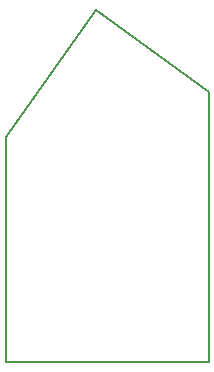
<source format=gbr>
G04 #@! TF.GenerationSoftware,KiCad,Pcbnew,(5.0.0)*
G04 #@! TF.CreationDate,2019-11-03T02:20:18+01:00*
G04 #@! TF.ProjectId,baum2,6261756D322E6B696361645F70636200,rev?*
G04 #@! TF.SameCoordinates,Original*
G04 #@! TF.FileFunction,Profile,NP*
%FSLAX46Y46*%
G04 Gerber Fmt 4.6, Leading zero omitted, Abs format (unit mm)*
G04 Created by KiCad (PCBNEW (5.0.0)) date 11/03/19 02:20:18*
%MOMM*%
%LPD*%
G01*
G04 APERTURE LIST*
%ADD10C,0.150000*%
G04 APERTURE END LIST*
D10*
X56515000Y-20320000D02*
X66040000Y-27305000D01*
X48895000Y-50165000D02*
X66040000Y-50165000D01*
X66040000Y-27305000D02*
X66040000Y-50165000D01*
X48895000Y-31115000D02*
X56515000Y-20320000D01*
X48895000Y-50165000D02*
X48895000Y-31115000D01*
M02*

</source>
